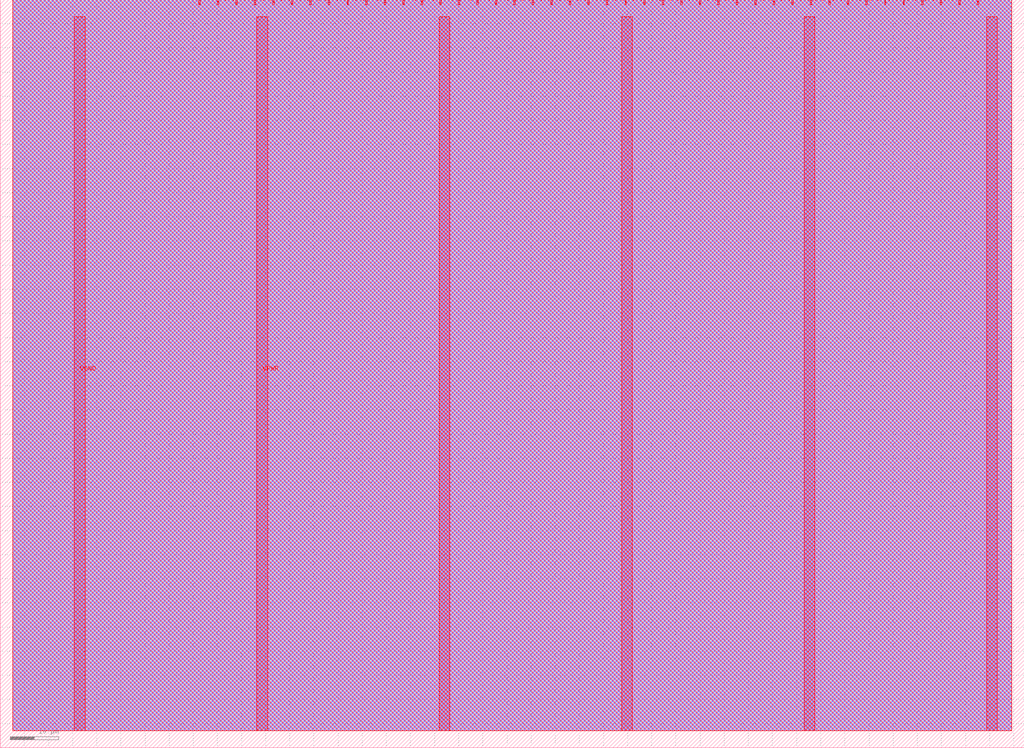
<source format=lef>
VERSION 5.8 ;
BUSBITCHARS "[]" ;
DIVIDERCHAR "/" ;
UNITS
    DATABASE MICRONS 1000 ;
END UNITS

VIA tt_um_MichaelBell_rle_vga_via1_2_2200_440_1_5_410_410
  VIARULE via1Array ;
  CUTSIZE 0.19 0.19 ;
  LAYERS Metal1 Via1 Metal2 ;
  CUTSPACING 0.22 0.22 ;
  ENCLOSURE 0.01 0.125 0.05 0.005 ;
  ROWCOL 1 5 ;
END tt_um_MichaelBell_rle_vga_via1_2_2200_440_1_5_410_410

VIA tt_um_MichaelBell_rle_vga_via2_3_2200_440_1_5_410_410
  VIARULE via2Array ;
  CUTSIZE 0.19 0.19 ;
  LAYERS Metal2 Via2 Metal3 ;
  CUTSPACING 0.22 0.22 ;
  ENCLOSURE 0.05 0.005 0.005 0.05 ;
  ROWCOL 1 5 ;
END tt_um_MichaelBell_rle_vga_via2_3_2200_440_1_5_410_410

VIA tt_um_MichaelBell_rle_vga_via3_4_2200_440_1_5_410_410
  VIARULE via3Array ;
  CUTSIZE 0.19 0.19 ;
  LAYERS Metal3 Via3 Metal4 ;
  CUTSPACING 0.22 0.22 ;
  ENCLOSURE 0.005 0.05 0.05 0.005 ;
  ROWCOL 1 5 ;
END tt_um_MichaelBell_rle_vga_via3_4_2200_440_1_5_410_410

VIA tt_um_MichaelBell_rle_vga_via4_5_2200_440_1_5_410_410
  VIARULE via4Array ;
  CUTSIZE 0.19 0.19 ;
  LAYERS Metal4 Via4 Metal5 ;
  CUTSPACING 0.22 0.22 ;
  ENCLOSURE 0.05 0.005 0.185 0.05 ;
  ROWCOL 1 5 ;
END tt_um_MichaelBell_rle_vga_via4_5_2200_440_1_5_410_410

MACRO tt_um_MichaelBell_rle_vga
  FOREIGN tt_um_MichaelBell_rle_vga 0 0 ;
  CLASS BLOCK ;
  SIZE 212.16 BY 154.98 ;
  PIN clk
    DIRECTION INPUT ;
    USE SIGNAL ;
    PORT
      LAYER Metal5 ;
        RECT  198.57 153.98 198.87 154.98 ;
    END
  END clk
  PIN ena
    DIRECTION INPUT ;
    USE SIGNAL ;
    PORT
      LAYER Metal5 ;
        RECT  202.41 153.98 202.71 154.98 ;
    END
  END ena
  PIN rst_n
    DIRECTION INPUT ;
    USE SIGNAL ;
    PORT
      LAYER Metal5 ;
        RECT  194.73 153.98 195.03 154.98 ;
    END
  END rst_n
  PIN ui_in[0]
    DIRECTION INPUT ;
    USE SIGNAL ;
    PORT
      LAYER Metal5 ;
        RECT  190.89 153.98 191.19 154.98 ;
    END
  END ui_in[0]
  PIN ui_in[1]
    DIRECTION INPUT ;
    USE SIGNAL ;
    PORT
      LAYER Metal5 ;
        RECT  187.05 153.98 187.35 154.98 ;
    END
  END ui_in[1]
  PIN ui_in[2]
    DIRECTION INPUT ;
    USE SIGNAL ;
    PORT
      LAYER Metal5 ;
        RECT  183.21 153.98 183.51 154.98 ;
    END
  END ui_in[2]
  PIN ui_in[3]
    DIRECTION INPUT ;
    USE SIGNAL ;
    PORT
      LAYER Metal5 ;
        RECT  179.37 153.98 179.67 154.98 ;
    END
  END ui_in[3]
  PIN ui_in[4]
    DIRECTION INPUT ;
    USE SIGNAL ;
    PORT
      LAYER Metal5 ;
        RECT  175.53 153.98 175.83 154.98 ;
    END
  END ui_in[4]
  PIN ui_in[5]
    DIRECTION INPUT ;
    USE SIGNAL ;
    PORT
      LAYER Metal5 ;
        RECT  171.69 153.98 171.99 154.98 ;
    END
  END ui_in[5]
  PIN ui_in[6]
    DIRECTION INPUT ;
    USE SIGNAL ;
    PORT
      LAYER Metal5 ;
        RECT  167.85 153.98 168.15 154.98 ;
    END
  END ui_in[6]
  PIN ui_in[7]
    DIRECTION INPUT ;
    USE SIGNAL ;
    PORT
      LAYER Metal5 ;
        RECT  164.01 153.98 164.31 154.98 ;
    END
  END ui_in[7]
  PIN uio_in[0]
    DIRECTION INPUT ;
    USE SIGNAL ;
    PORT
      LAYER Metal5 ;
        RECT  160.17 153.98 160.47 154.98 ;
    END
  END uio_in[0]
  PIN uio_in[1]
    DIRECTION INPUT ;
    USE SIGNAL ;
    PORT
      LAYER Metal5 ;
        RECT  156.33 153.98 156.63 154.98 ;
    END
  END uio_in[1]
  PIN uio_in[2]
    DIRECTION INPUT ;
    USE SIGNAL ;
    PORT
      LAYER Metal5 ;
        RECT  152.49 153.98 152.79 154.98 ;
    END
  END uio_in[2]
  PIN uio_in[3]
    DIRECTION INPUT ;
    USE SIGNAL ;
    PORT
      LAYER Metal5 ;
        RECT  148.65 153.98 148.95 154.98 ;
    END
  END uio_in[3]
  PIN uio_in[4]
    DIRECTION INPUT ;
    USE SIGNAL ;
    PORT
      LAYER Metal5 ;
        RECT  144.81 153.98 145.11 154.98 ;
    END
  END uio_in[4]
  PIN uio_in[5]
    DIRECTION INPUT ;
    USE SIGNAL ;
    PORT
      LAYER Metal5 ;
        RECT  140.97 153.98 141.27 154.98 ;
    END
  END uio_in[5]
  PIN uio_in[6]
    DIRECTION INPUT ;
    USE SIGNAL ;
    PORT
      LAYER Metal5 ;
        RECT  137.13 153.98 137.43 154.98 ;
    END
  END uio_in[6]
  PIN uio_in[7]
    DIRECTION INPUT ;
    USE SIGNAL ;
    PORT
      LAYER Metal5 ;
        RECT  133.29 153.98 133.59 154.98 ;
    END
  END uio_in[7]
  PIN uio_oe[0]
    DIRECTION OUTPUT ;
    USE SIGNAL ;
    PORT
      LAYER Metal5 ;
        RECT  68.01 153.98 68.31 154.98 ;
    END
  END uio_oe[0]
  PIN uio_oe[1]
    DIRECTION OUTPUT ;
    USE SIGNAL ;
    PORT
      LAYER Metal5 ;
        RECT  64.17 153.98 64.47 154.98 ;
    END
  END uio_oe[1]
  PIN uio_oe[2]
    DIRECTION OUTPUT ;
    USE SIGNAL ;
    PORT
      LAYER Metal5 ;
        RECT  60.33 153.98 60.63 154.98 ;
    END
  END uio_oe[2]
  PIN uio_oe[3]
    DIRECTION OUTPUT ;
    USE SIGNAL ;
    PORT
      LAYER Metal5 ;
        RECT  56.49 153.98 56.79 154.98 ;
    END
  END uio_oe[3]
  PIN uio_oe[4]
    DIRECTION OUTPUT ;
    USE SIGNAL ;
    PORT
      LAYER Metal5 ;
        RECT  52.65 153.98 52.95 154.98 ;
    END
  END uio_oe[4]
  PIN uio_oe[5]
    DIRECTION OUTPUT ;
    USE SIGNAL ;
    PORT
      LAYER Metal5 ;
        RECT  48.81 153.98 49.11 154.98 ;
    END
  END uio_oe[5]
  PIN uio_oe[6]
    DIRECTION OUTPUT ;
    USE SIGNAL ;
    PORT
      LAYER Metal5 ;
        RECT  44.97 153.98 45.27 154.98 ;
    END
  END uio_oe[6]
  PIN uio_oe[7]
    DIRECTION OUTPUT ;
    USE SIGNAL ;
    PORT
      LAYER Metal5 ;
        RECT  41.13 153.98 41.43 154.98 ;
    END
  END uio_oe[7]
  PIN uio_out[0]
    DIRECTION OUTPUT ;
    USE SIGNAL ;
    PORT
      LAYER Metal5 ;
        RECT  98.73 153.98 99.03 154.98 ;
    END
  END uio_out[0]
  PIN uio_out[1]
    DIRECTION OUTPUT ;
    USE SIGNAL ;
    PORT
      LAYER Metal5 ;
        RECT  94.89 153.98 95.19 154.98 ;
    END
  END uio_out[1]
  PIN uio_out[2]
    DIRECTION OUTPUT ;
    USE SIGNAL ;
    PORT
      LAYER Metal5 ;
        RECT  91.05 153.98 91.35 154.98 ;
    END
  END uio_out[2]
  PIN uio_out[3]
    DIRECTION OUTPUT ;
    USE SIGNAL ;
    PORT
      LAYER Metal5 ;
        RECT  87.21 153.98 87.51 154.98 ;
    END
  END uio_out[3]
  PIN uio_out[4]
    DIRECTION OUTPUT ;
    USE SIGNAL ;
    PORT
      LAYER Metal5 ;
        RECT  83.37 153.98 83.67 154.98 ;
    END
  END uio_out[4]
  PIN uio_out[5]
    DIRECTION OUTPUT ;
    USE SIGNAL ;
    PORT
      LAYER Metal5 ;
        RECT  79.53 153.98 79.83 154.98 ;
    END
  END uio_out[5]
  PIN uio_out[6]
    DIRECTION OUTPUT ;
    USE SIGNAL ;
    PORT
      LAYER Metal5 ;
        RECT  75.69 153.98 75.99 154.98 ;
    END
  END uio_out[6]
  PIN uio_out[7]
    DIRECTION OUTPUT ;
    USE SIGNAL ;
    PORT
      LAYER Metal5 ;
        RECT  71.85 153.98 72.15 154.98 ;
    END
  END uio_out[7]
  PIN uo_out[0]
    DIRECTION OUTPUT ;
    USE SIGNAL ;
    PORT
      LAYER Metal5 ;
        RECT  129.45 153.98 129.75 154.98 ;
    END
  END uo_out[0]
  PIN uo_out[1]
    DIRECTION OUTPUT ;
    USE SIGNAL ;
    PORT
      LAYER Metal5 ;
        RECT  125.61 153.98 125.91 154.98 ;
    END
  END uo_out[1]
  PIN uo_out[2]
    DIRECTION OUTPUT ;
    USE SIGNAL ;
    PORT
      LAYER Metal5 ;
        RECT  121.77 153.98 122.07 154.98 ;
    END
  END uo_out[2]
  PIN uo_out[3]
    DIRECTION OUTPUT ;
    USE SIGNAL ;
    PORT
      LAYER Metal5 ;
        RECT  117.93 153.98 118.23 154.98 ;
    END
  END uo_out[3]
  PIN uo_out[4]
    DIRECTION OUTPUT ;
    USE SIGNAL ;
    PORT
      LAYER Metal5 ;
        RECT  114.09 153.98 114.39 154.98 ;
    END
  END uo_out[4]
  PIN uo_out[5]
    DIRECTION OUTPUT ;
    USE SIGNAL ;
    PORT
      LAYER Metal5 ;
        RECT  110.25 153.98 110.55 154.98 ;
    END
  END uo_out[5]
  PIN uo_out[6]
    DIRECTION OUTPUT ;
    USE SIGNAL ;
    PORT
      LAYER Metal5 ;
        RECT  106.41 153.98 106.71 154.98 ;
    END
  END uo_out[6]
  PIN uo_out[7]
    DIRECTION OUTPUT ;
    USE SIGNAL ;
    PORT
      LAYER Metal5 ;
        RECT  102.57 153.98 102.87 154.98 ;
    END
  END uo_out[7]
  PIN VGND
    DIRECTION INOUT ;
    USE GROUND ;
    PORT
      LAYER Metal5 ;
        RECT  166.58 3.56 168.78 151.42 ;
        RECT  90.98 3.56 93.18 151.42 ;
        RECT  15.38 3.56 17.58 151.42 ;
    END
  END VGND
  PIN VPWR
    DIRECTION INOUT ;
    USE POWER ;
    PORT
      LAYER Metal5 ;
        RECT  204.38 3.56 206.58 151.42 ;
        RECT  128.78 3.56 130.98 151.42 ;
        RECT  53.18 3.56 55.38 151.42 ;
    END
  END VPWR
  OBS
    LAYER Metal1 ;
     RECT  2.605 3.56 209.555 154.98 ;
    LAYER Metal2 ;
     RECT  2.605 3.56 209.555 154.98 ;
    LAYER Metal3 ;
     RECT  2.605 3.56 209.555 154.98 ;
    LAYER Metal4 ;
     RECT  2.605 3.56 209.555 154.98 ;
    LAYER Metal5 ;
     RECT  2.605 3.56 209.555 154.98 ;
  END
END tt_um_MichaelBell_rle_vga
END LIBRARY

</source>
